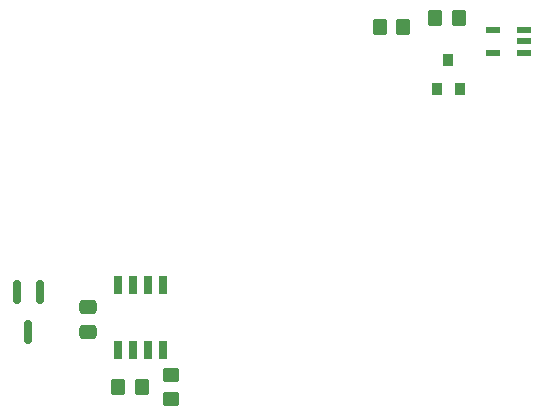
<source format=gbp>
%TF.GenerationSoftware,KiCad,Pcbnew,8.0.8*%
%TF.CreationDate,2025-04-29T10:44:01+09:00*%
%TF.ProjectId,mainBorad_R1,6d61696e-426f-4726-9164-5f52312e6b69,rev?*%
%TF.SameCoordinates,Original*%
%TF.FileFunction,Paste,Bot*%
%TF.FilePolarity,Positive*%
%FSLAX46Y46*%
G04 Gerber Fmt 4.6, Leading zero omitted, Abs format (unit mm)*
G04 Created by KiCad (PCBNEW 8.0.8) date 2025-04-29 10:44:01*
%MOMM*%
%LPD*%
G01*
G04 APERTURE LIST*
G04 Aperture macros list*
%AMRoundRect*
0 Rectangle with rounded corners*
0 $1 Rounding radius*
0 $2 $3 $4 $5 $6 $7 $8 $9 X,Y pos of 4 corners*
0 Add a 4 corners polygon primitive as box body*
4,1,4,$2,$3,$4,$5,$6,$7,$8,$9,$2,$3,0*
0 Add four circle primitives for the rounded corners*
1,1,$1+$1,$2,$3*
1,1,$1+$1,$4,$5*
1,1,$1+$1,$6,$7*
1,1,$1+$1,$8,$9*
0 Add four rect primitives between the rounded corners*
20,1,$1+$1,$2,$3,$4,$5,0*
20,1,$1+$1,$4,$5,$6,$7,0*
20,1,$1+$1,$6,$7,$8,$9,0*
20,1,$1+$1,$8,$9,$2,$3,0*%
G04 Aperture macros list end*
%ADD10R,0.950000X1.000000*%
%ADD11R,1.150000X0.600000*%
%ADD12RoundRect,0.250000X0.350000X0.450000X-0.350000X0.450000X-0.350000X-0.450000X0.350000X-0.450000X0*%
%ADD13RoundRect,0.250000X0.450000X-0.350000X0.450000X0.350000X-0.450000X0.350000X-0.450000X-0.350000X0*%
%ADD14RoundRect,0.250000X0.475000X-0.337500X0.475000X0.337500X-0.475000X0.337500X-0.475000X-0.337500X0*%
%ADD15RoundRect,0.250000X-0.350000X-0.450000X0.350000X-0.450000X0.350000X0.450000X-0.350000X0.450000X0*%
%ADD16RoundRect,0.175000X-0.175000X0.825000X-0.175000X-0.825000X0.175000X-0.825000X0.175000X0.825000X0*%
%ADD17R,0.650000X1.551000*%
G04 APERTURE END LIST*
D10*
%TO.C,Q4*%
X113345000Y-45205000D03*
X111445000Y-45205000D03*
X112395000Y-42805000D03*
%TD*%
D11*
%TO.C,IC3*%
X118805000Y-40265000D03*
X118805000Y-41215000D03*
X118805000Y-42165000D03*
X116205000Y-42165000D03*
X116205000Y-40265000D03*
%TD*%
D12*
%TO.C,DgR8*%
X108585000Y-40005000D03*
X106585000Y-40005000D03*
%TD*%
D13*
%TO.C,DgR1*%
X88900000Y-71485000D03*
X88900000Y-69485000D03*
%TD*%
D14*
%TO.C,DgC5*%
X81915000Y-65807500D03*
X81915000Y-63732500D03*
%TD*%
D15*
%TO.C,DgR2*%
X84455000Y-70485000D03*
X86455000Y-70485000D03*
%TD*%
D16*
%TO.C,DgU2*%
X75885000Y-62435000D03*
X77785000Y-62435000D03*
X76835000Y-65835000D03*
%TD*%
D17*
%TO.C,DgIC1*%
X84455000Y-61852500D03*
X85725000Y-61852500D03*
X86995000Y-61852500D03*
X88265000Y-61852500D03*
X88265000Y-67302500D03*
X86995000Y-67302500D03*
X85725000Y-67302500D03*
X84455000Y-67302500D03*
%TD*%
D15*
%TO.C,DgR9*%
X111284000Y-39243000D03*
X113284000Y-39243000D03*
%TD*%
M02*

</source>
